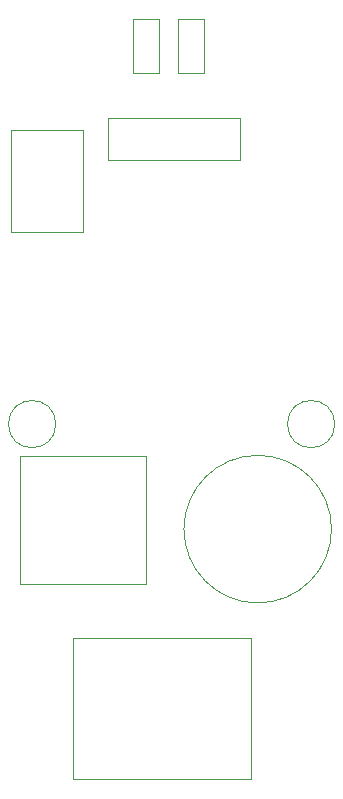
<source format=gbr>
%TF.GenerationSoftware,KiCad,Pcbnew,5.1.7*%
%TF.CreationDate,2020-12-14T21:59:14+01:00*%
%TF.ProjectId,sygeco1,73796765-636f-4312-9e6b-696361645f70,0.2*%
%TF.SameCoordinates,Original*%
%TF.FileFunction,Other,User*%
%FSLAX46Y46*%
G04 Gerber Fmt 4.6, Leading zero omitted, Abs format (unit mm)*
G04 Created by KiCad (PCBNEW 5.1.7) date 2020-12-14 21:59:14*
%MOMM*%
%LPD*%
G01*
G04 APERTURE LIST*
%ADD10C,0.100000*%
%ADD11C,0.050000*%
G04 APERTURE END LIST*
D10*
%TO.C,S1*%
X134056000Y-123296000D02*
X134056000Y-111296000D01*
X149106000Y-123296000D02*
X134056000Y-123296000D01*
X149106000Y-111296000D02*
X149106000Y-123296000D01*
X134056000Y-111296000D02*
X149106000Y-111296000D01*
D11*
%TO.C,J1*%
X136954800Y-67338800D02*
X148154800Y-67338800D01*
X136954800Y-70888800D02*
X136954800Y-67338800D01*
X148154800Y-70888800D02*
X136954800Y-70888800D01*
X148154800Y-67338800D02*
X148154800Y-70888800D01*
%TO.C,LS1*%
X155908000Y-102108000D02*
G75*
G03*
X155908000Y-102108000I-6250000J0D01*
G01*
%TO.C,U1*%
X140214000Y-95936000D02*
X129514000Y-95936000D01*
X140214000Y-106736000D02*
X140214000Y-95936000D01*
X129514000Y-106736000D02*
X140214000Y-106736000D01*
X129514000Y-95936000D02*
X129514000Y-106736000D01*
%TO.C,D1*%
X141328000Y-58934000D02*
X141328000Y-63494000D01*
X139088000Y-58934000D02*
X141328000Y-58934000D01*
X139088000Y-63494000D02*
X139088000Y-58934000D01*
X141328000Y-63494000D02*
X139088000Y-63494000D01*
%TO.C,J2*%
X128746000Y-76984000D02*
X134896000Y-76984000D01*
X128746000Y-68334000D02*
X128746000Y-76984000D01*
X134896000Y-68334000D02*
X128746000Y-68334000D01*
X134896000Y-76984000D02*
X134896000Y-68334000D01*
%TO.C,H1*%
X132556000Y-93218000D02*
G75*
G03*
X132556000Y-93218000I-2000000J0D01*
G01*
%TO.C,H2*%
X156178000Y-93218000D02*
G75*
G03*
X156178000Y-93218000I-2000000J0D01*
G01*
%TO.C,D2*%
X145138000Y-58934000D02*
X145138000Y-63494000D01*
X142898000Y-58934000D02*
X145138000Y-58934000D01*
X142898000Y-63494000D02*
X142898000Y-58934000D01*
X145138000Y-63494000D02*
X142898000Y-63494000D01*
%TD*%
M02*

</source>
